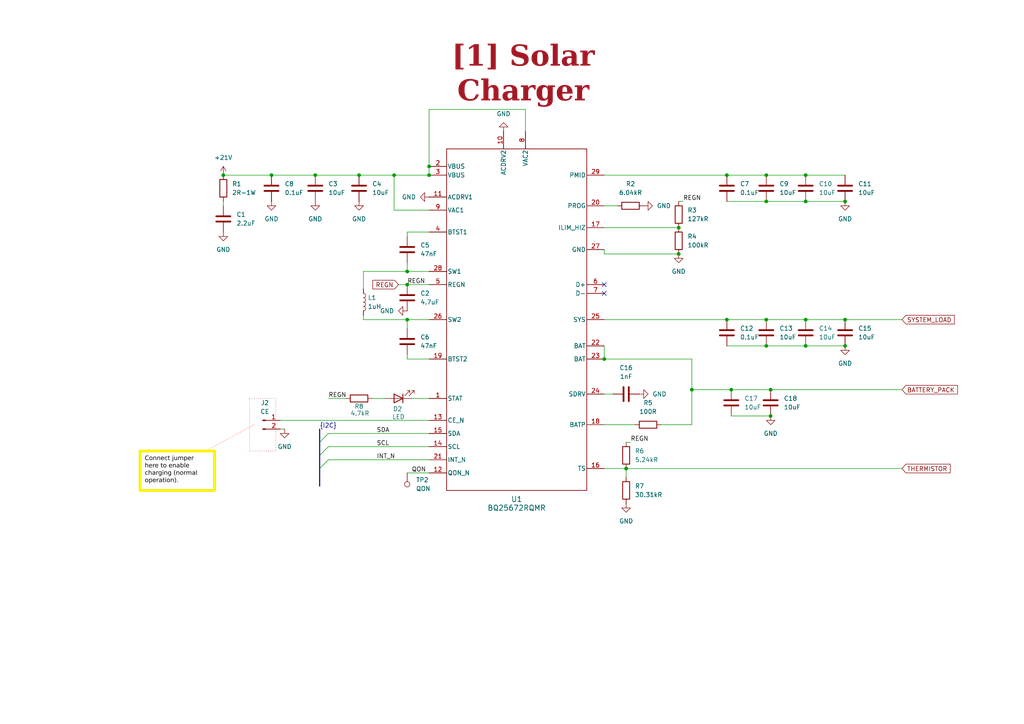
<source format=kicad_sch>
(kicad_sch (version 20250114) (generator "eeschema") (generator_version "9.0")
  (paper "A4")
  (title_block (title "Solar Charger") (date "2025-01-12") (rev "${REVISION}") (company "${COMPANY}"))
  (lib_symbols
    (symbol "Connector:Conn_01x02_Pin" (pin_names (offset 1.016) (hide yes))
      (property "Reference" "J" (at 0 2.54 0))
      (property "Value" "Conn_01x02_Pin" (at 0 -5.08 0))
      (symbol "Conn_01x02_Pin_1_1"
        (rectangle (start 0.8636 0.127) (end 0 -0.127) (stroke (width 0.1524)) (fill (type outline)))
        (rectangle (start 0.8636 -2.413) (end 0 -2.667) (stroke (width 0.1524)) (fill (type outline)))
        (polyline (pts (xy 1.27 0) (xy 0.8636 0)) (stroke (width 0.1524)))
        (polyline (pts (xy 1.27 -2.54) (xy 0.8636 -2.54)) (stroke (width 0.1524)))
        (pin passive line (at 5.08 0 180) (length 3.81) (name "Pin_1") (number "1"))
        (pin passive line (at 5.08 -2.54 180) (length 3.81) (name "Pin_2") (number "2"))
      )
    )
    (symbol "Connector:TestPoint" (pin_numbers (hide yes)) (pin_names (offset 0.762) (hide yes))
      (property "Reference" "TP" (at 0 6.858 0))
      (property "Value" "TestPoint" (at 0 5.08 0))
      (symbol "TestPoint_0_1"
        (circle (center 0 3.302) (radius 0.762))
      )
      (symbol "TestPoint_1_1"
        (pin passive line (at 0 0 90) (length 2.54) (name "1") (number "1"))
      )
    )
    (symbol "Device:C" (pin_numbers (hide yes)) (pin_names (offset 0.254))
      (property "Reference" "C" (at 0.635 2.54 0))
      (property "Value" "C" (at 0.635 -2.54 0))
      (symbol "C_0_1"
        (polyline (pts (xy -2.032 0.762) (xy 2.032 0.762)) (stroke (width 0.508)))
        (polyline (pts (xy -2.032 -0.762) (xy 2.032 -0.762)) (stroke (width 0.508)))
      )
      (symbol "C_1_1"
        (pin passive line (at 0 3.81 270) (length 2.794) (name "~") (number "1"))
        (pin passive line (at 0 -3.81 90) (length 2.794) (name "~") (number "2"))
      )
    )
    (symbol "Device:L" (pin_numbers (hide yes)) (pin_names (offset 1.016) (hide yes))
      (property "Reference" "L" (at -1.27 0 90))
      (property "Value" "L" (at 1.905 0 90))
      (symbol "L_0_1"
        (arc (start 0 2.54) (mid 0.6323 1.905) (end 0 1.27))
        (arc (start 0 1.27) (mid 0.6323 0.635) (end 0 0))
        (arc (start 0 0) (mid 0.6323 -0.635) (end 0 -1.27))
        (arc (start 0 -1.27) (mid 0.6323 -1.905) (end 0 -2.54))
      )
      (symbol "L_1_1"
        (pin passive line (at 0 3.81 270) (length 1.27) (name "1") (number "1"))
        (pin passive line (at 0 -3.81 90) (length 1.27) (name "2") (number "2"))
      )
    )
    (symbol "Device:LED" (pin_numbers (hide yes)) (pin_names (offset 1.016) (hide yes))
      (property "Reference" "D" (at 0 2.54 0))
      (property "Value" "LED" (at 0 -2.54 0))
      (symbol "LED_0_1"
        (polyline (pts (xy -3.048 -0.762) (xy -4.572 -2.286) (xy -3.81 -2.286) (xy -4.572 -2.286) (xy -4.572 -1.524)))
        (polyline (pts (xy -1.778 -0.762) (xy -3.302 -2.286) (xy -2.54 -2.286) (xy -3.302 -2.286) (xy -3.302 -1.524)))
        (polyline (pts (xy -1.27 0) (xy 1.27 0)))
        (polyline (pts (xy -1.27 -1.27) (xy -1.27 1.27)) (stroke (width 0.254)))
        (polyline (pts (xy 1.27 -1.27) (xy 1.27 1.27) (xy -1.27 0) (xy 1.27 -1.27)) (stroke (width 0.254)))
      )
      (symbol "LED_1_1"
        (pin passive line (at -3.81 0 0) (length 2.54) (name "K") (number "1"))
        (pin passive line (at 3.81 0 180) (length 2.54) (name "A") (number "2"))
      )
    )
    (symbol "Device:R" (pin_numbers (hide yes)) (pin_names (offset 0))
      (property "Reference" "R" (at 2.032 0 90))
      (property "Value" "R" (at 0 0 90))
      (symbol "R_0_1"
        (rectangle (start -1.016 -2.54) (end 1.016 2.54) (stroke (width 0.254)))
      )
      (symbol "R_1_1"
        (pin passive line (at 0 3.81 270) (length 1.27) (name "~") (number "1"))
        (pin passive line (at 0 -3.81 90) (length 1.27) (name "~") (number "2"))
      )
    )
    (symbol "power:+12V" (power) (pin_numbers (hide yes)) (pin_names (offset 0) (hide yes))
      (property "Value" "+12V" (at 0 3.556 0))
      (symbol "+12V_0_1"
        (polyline (pts (xy -0.762 1.27) (xy 0 2.54)))
        (polyline (pts (xy 0 2.54) (xy 0.762 1.27)))
        (polyline (pts (xy 0 0) (xy 0 2.54)))
      )
      (symbol "+12V_1_1"
        (pin power_in line (at 0 0 90) (length 0) (name "~") (number "1"))
      )
    )
    (symbol "power:GND" (power) (pin_numbers (hide yes)) (pin_names (offset 0) (hide yes))
      (property "Value" "GND" (at 0 -3.81 0))
      (symbol "GND_0_1"
        (polyline (pts (xy 0 0) (xy 0 -1.27) (xy 1.27 -1.27) (xy 0 -2.54) (xy -1.27 -1.27) (xy 0 -1.27)))
      )
      (symbol "GND_1_1"
        (pin power_in line (at 0 0 270) (length 0) (name "~") (number "1"))
      )
    )
    (symbol "solar_station:BQ25672RQMR" (pin_names (offset 0.254))
      (property "Reference" "U" (at 5.842 10.414 0))
      (property "Value" "BQ25672RQMR" (at 5.08 8.128 0))
      (symbol "BQ25672RQMR_0_1"
        (polyline (pts (xy 0 5.08) (xy 0 -93.98)) (stroke (width 0.2032)))
        (polyline (pts (xy 0 -93.98) (xy 40.64 -93.98)) (stroke (width 0.2032)))
        (polyline (pts (xy 40.64 5.08) (xy 0 5.08)) (stroke (width 0.2032)))
        (polyline (pts (xy 40.64 -93.98) (xy 40.64 5.08)) (stroke (width 0.2032)))
        (pin power_in line (at -5.08 0 0) (length 5.08) (name "VBUS") (number "2"))
        (pin power_in line (at -5.08 -2.54 0) (length 5.08) (name "VBUS") (number "3"))
        (pin power_in line (at -5.08 -8.89 0) (length 5.08) (name "ACDRV1") (number "11"))
        (pin power_in line (at -5.08 -12.7 0) (length 5.08) (name "VAC1") (number "9"))
        (pin unspecified line (at -5.08 -19.05 0) (length 5.08) (name "BTST1") (number "4"))
        (pin unspecified line (at -5.08 -30.48 0) (length 5.08) (name "SW1") (number "28"))
        (pin unspecified line (at -5.08 -34.29 0) (length 5.08) (name "REGN") (number "5"))
        (pin unspecified line (at -5.08 -44.45 0) (length 5.08) (name "SW2") (number "26"))
        (pin unspecified line (at -5.08 -55.88 0) (length 5.08) (name "BTST2") (number "19"))
        (pin unspecified line (at -5.08 -67.31 0) (length 5.08) (name "STAT") (number "1"))
        (pin input line (at -5.08 -73.66 0) (length 5.08) (name "CE_N") (number "13"))
        (pin bidirectional line (at -5.08 -77.47 0) (length 5.08) (name "SDA") (number "15"))
        (pin input line (at -5.08 -81.28 0) (length 5.08) (name "SCL") (number "14"))
        (pin output line (at -5.08 -85.09 0) (length 5.08) (name "INT_N") (number "21"))
        (pin unspecified line (at -5.08 -88.9 0) (length 5.08) (name "QON_N") (number "12"))
        (pin power_in line (at 16.51 10.16 270) (length 5.08) (name "ACDRV2") (number "10"))
        (pin power_in line (at 22.86 10.16 270) (length 5.08) (name "VAC2") (number "8"))
        (pin unspecified line (at 45.72 -2.54 180) (length 5.08) (name "PMID") (number "29"))
        (pin unspecified line (at 45.72 -11.43 180) (length 5.08) (name "PROG") (number "20"))
        (pin unspecified line (at 45.72 -17.78 180) (length 5.08) (name "ILIM_HIZ") (number "17"))
        (pin power_in line (at 45.72 -24.13 180) (length 5.08) (name "GND") (number "27"))
        (pin unspecified line (at 45.72 -44.45 180) (length 5.08) (name "SYS") (number "25"))
        (pin unspecified line (at 45.72 -52.07 180) (length 5.08) (name "BAT") (number "22"))
        (pin unspecified line (at 45.72 -55.88 180) (length 5.08) (name "BAT") (number "23"))
        (pin unspecified line (at 45.72 -66.04 180) (length 5.08) (name "SDRV") (number "24"))
        (pin unspecified line (at 45.72 -74.93 180) (length 5.08) (name "BATP") (number "18"))
        (pin unspecified line (at 45.72 -87.63 180) (length 5.08) (name "TS") (number "16"))
      )
      (symbol "BQ25672RQMR_1_1"
        (pin unspecified line (at 45.72 -34.29 180) (length 5.08) (name "D+") (number "6"))
        (pin unspecified line (at 45.72 -36.83 180) (length 5.08) (name "D-") (number "7"))
      )
    )
  )
  (bus_alias "I2C" (members "SDA" "SCL" "INT_N"))
  (rectangle (start 72.39 115.57) (end 80.01 130.81) (stroke (width 0) (type dot) (color 255 0 0 1)))
  (text_box "[${#}] ${TITLE}" (at 115.57 15.24 0) (size 72.39 12.7) (margins 4.4999 4.4999 4.4999 4.4999) (stroke (width -0.0001)) (effects (font (size 6 6) (thickness 1.2) (bold yes))))
  (text_box "Connect jumper here to enable charging (normal operation)." (at 40.64 130.81 0) (size 21.59 11.43) (margins 1.3525 1.3525 1.3525 1.3525) (stroke (width 0.8) (color 250 236 0 1)) (effects (font (size 1.27 1.27)) (justify left top)))
  (junction (at 245.11 92.71))
  (junction (at 233.68 50.8))
  (junction (at 118.11 92.71))
  (junction (at 196.85 66.04))
  (junction (at 64.77 50.8))
  (junction (at 210.82 92.71))
  (junction (at 181.61 135.89))
  (junction (at 114.3 50.8))
  (junction (at 124.46 50.8))
  (junction (at 210.82 50.8))
  (junction (at 200.66 113.03))
  (junction (at 222.25 58.42))
  (junction (at 233.68 92.71))
  (junction (at 222.25 92.71))
  (junction (at 104.14 50.8))
  (junction (at 78.74 50.8))
  (junction (at 222.25 50.8))
  (junction (at 124.46 48.26))
  (junction (at 233.68 58.42))
  (junction (at 223.52 113.03))
  (junction (at 196.85 73.66))
  (junction (at 175.26 104.14))
  (junction (at 245.11 58.42))
  (junction (at 222.25 100.33))
  (junction (at 118.11 82.55))
  (junction (at 233.68 100.33))
  (junction (at 118.11 78.74))
  (junction (at 212.09 113.03))
  (junction (at 223.52 120.65))
  (junction (at 245.11 100.33))
  (junction (at 91.44 50.8))
  (no_connect (at 175.26 82.55))
  (no_connect (at 175.26 85.09))
  (bus_entry (at 92.71 132.08) (size 2.54 -2.54))
  (bus_entry (at 92.71 128.27) (size 2.54 -2.54))
  (bus_entry (at 92.71 135.89) (size 2.54 -2.54))
  (wire (pts (xy 95.25 133.35) (xy 124.46 133.35)))
  (wire (pts (xy 95.25 129.54) (xy 124.46 129.54)))
  (wire (pts (xy 212.09 120.65) (xy 223.52 120.65)))
  (wire (pts (xy 105.41 78.74) (xy 118.11 78.74)))
  (wire (pts (xy 118.11 78.74) (xy 124.46 78.74)))
  (wire (pts (xy 182.88 128.27) (xy 181.61 128.27)))
  (wire (pts (xy 175.26 100.33) (xy 175.26 104.14)))
  (wire (pts (xy 175.26 50.8) (xy 210.82 50.8)))
  (wire (pts (xy 124.46 104.14) (xy 118.11 104.14)))
  (wire (pts (xy 118.11 82.55) (xy 124.46 82.55)))
  (wire (pts (xy 210.82 100.33) (xy 222.25 100.33)))
  (wire (pts (xy 152.4 31.75) (xy 124.46 31.75)))
  (wire (pts (xy 175.26 66.04) (xy 196.85 66.04)))
  (wire (pts (xy 175.26 59.69) (xy 179.07 59.69)))
  (wire (pts (xy 210.82 50.8) (xy 222.25 50.8)))
  (wire (pts (xy 175.26 92.71) (xy 210.82 92.71)))
  (wire (pts (xy 152.4 38.1) (xy 152.4 31.75)))
  (wire (pts (xy 175.26 104.14) (xy 200.66 104.14)))
  (wire (pts (xy 118.11 137.16) (xy 124.46 137.16)))
  (wire (pts (xy 118.11 95.25) (xy 118.11 92.71)))
  (wire (pts (xy 175.26 72.39) (xy 175.26 73.66)))
  (wire (pts (xy 222.25 100.33) (xy 233.68 100.33)))
  (wire (pts (xy 200.66 113.03) (xy 212.09 113.03)))
  (wire (pts (xy 78.74 50.8) (xy 91.44 50.8)))
  (wire (pts (xy 124.46 60.96) (xy 114.3 60.96)))
  (wire (pts (xy 124.46 48.26) (xy 124.46 50.8)))
  (wire (pts (xy 95.25 125.73) (xy 124.46 125.73)))
  (wire (pts (xy 64.77 58.42) (xy 64.77 59.69)))
  (wire (pts (xy 118.11 92.71) (xy 124.46 92.71)))
  (wire (pts (xy 222.25 50.8) (xy 233.68 50.8)))
  (wire (pts (xy 181.61 135.89) (xy 261.62 135.89)))
  (wire (pts (xy 118.11 76.2) (xy 118.11 78.74)))
  (wire (pts (xy 200.66 113.03) (xy 200.66 123.19)))
  (wire (pts (xy 114.3 60.96) (xy 114.3 50.8)))
  (bus (pts (xy 92.71 135.89) (xy 92.71 140.97)))
  (wire (pts (xy 124.46 31.75) (xy 124.46 48.26)))
  (wire (pts (xy 115.57 82.55) (xy 118.11 82.55)))
  (wire (pts (xy 200.66 104.14) (xy 200.66 113.03)))
  (wire (pts (xy 118.11 67.31) (xy 118.11 68.58)))
  (wire (pts (xy 175.26 114.3) (xy 177.8 114.3)))
  (wire (pts (xy 104.14 50.8) (xy 114.3 50.8)))
  (wire (pts (xy 175.26 73.66) (xy 196.85 73.66)))
  (wire (pts (xy 114.3 50.8) (xy 124.46 50.8)))
  (wire (pts (xy 82.55 124.46) (xy 81.28 124.46)))
  (wire (pts (xy 105.41 83.82) (xy 105.41 78.74)))
  (wire (pts (xy 233.68 92.71) (xy 245.11 92.71)))
  (wire (pts (xy 105.41 91.44) (xy 105.41 92.71)))
  (wire (pts (xy 175.26 135.89) (xy 181.61 135.89)))
  (wire (pts (xy 245.11 92.71) (xy 261.62 92.71)))
  (wire (pts (xy 81.28 121.92) (xy 124.46 121.92)))
  (bus (pts (xy 92.71 128.27) (xy 92.71 132.08)))
  (wire (pts (xy 64.77 50.8) (xy 78.74 50.8)))
  (wire (pts (xy 105.41 92.71) (xy 118.11 92.71)))
  (wire (pts (xy 210.82 58.42) (xy 222.25 58.42)))
  (wire (pts (xy 107.95 115.57) (xy 111.76 115.57)))
  (bus (pts (xy 92.71 124.46) (xy 92.71 128.27)))
  (wire (pts (xy 91.44 50.8) (xy 104.14 50.8)))
  (wire (pts (xy 181.61 135.89) (xy 181.61 138.43)))
  (wire (pts (xy 223.52 113.03) (xy 261.62 113.03)))
  (wire (pts (xy 210.82 92.71) (xy 222.25 92.71)))
  (wire (pts (xy 222.25 92.71) (xy 233.68 92.71)))
  (wire (pts (xy 119.38 115.57) (xy 124.46 115.57)))
  (wire (pts (xy 198.12 58.42) (xy 196.85 58.42)))
  (wire (pts (xy 233.68 50.8) (xy 245.11 50.8)))
  (wire (pts (xy 118.11 102.87) (xy 118.11 104.14)))
  (wire (pts (xy 95.25 115.57) (xy 100.33 115.57)))
  (wire (pts (xy 222.25 58.42) (xy 233.68 58.42)))
  (polyline (pts (xy 73.66 123.19) (xy 59.69 130.81)) (stroke (width 0) (type dot) (color 255 0 0 1)))
  (wire (pts (xy 233.68 100.33) (xy 245.11 100.33)))
  (wire (pts (xy 200.66 123.19) (xy 191.77 123.19)))
  (wire (pts (xy 175.26 123.19) (xy 184.15 123.19)))
  (wire (pts (xy 233.68 58.42) (xy 245.11 58.42)))
  (bus (pts (xy 92.71 132.08) (xy 92.71 135.89)))
  (wire (pts (xy 124.46 67.31) (xy 118.11 67.31)))
  (wire (pts (xy 212.09 113.03) (xy 223.52 113.03)))
  (label "QON" (at 119.38 137.16 0))
  (label "INT_N" (at 109.22 133.35 0))
  (label "SCL" (at 109.22 129.54 0))
  (label "SDA" (at 109.22 125.73 0))
  (label "REGN" (at 118.11 82.55 0))
  (label "{I2C}" (at 92.71 124.46 0))
  (label "REGN" (at 95.25 115.57 0))
  (label "REGN" (at 182.88 128.27 0))
  (label "REGN" (at 198.12 58.42 0))
  (global_label "REGN" (shape input) (at 115.57 82.55 180) (property "Intersheetrefs" "${INTERSHEET_REFS}" (effects (hide yes))))
  (global_label "SYSTEM_LOAD" (shape input) (at 261.62 92.71 0) (property "Intersheetrefs" "${INTERSHEET_REFS}" (effects (hide yes))))
  (global_label "THERMISTOR" (shape input) (at 261.62 135.89 0) (property "Intersheetrefs" "${INTERSHEET_REFS}" (effects (hide yes))))
  (global_label "BATTERY_PACK" (shape input) (at 261.62 113.03 0) (property "Intersheetrefs" "${INTERSHEET_REFS}" (effects (hide yes))))
  (symbol (lib_id "power:GND") (at 245.11 100.33 0) (unit 1)
    (property "Reference" "#PWR011" (effects (hide yes)))
    (property "Value" "GND" (at 245.11 105.41 0))
    (property "Description" "Power symbol creates a global label with name \"GND\" , ground" (effects (hide yes)))
  )
  (symbol (lib_id "Connector:Conn_01x02_Pin") (at 76.2 121.92 0) (unit 1)
    (property "Reference" "J2" (at 76.835 116.84 0))
    (property "Value" "CE" (at 76.835 119.38 0))
    (property "Footprint" "Connector_PinHeader_2.54mm:PinHeader_1x02_P2.54mm_Vertical" (effects (hide yes)))
    (property "Description" "Generic connector, single row, 01x02, script generated" (effects (hide yes)))
  )
  (symbol (lib_id "Device:C") (at 222.25 54.61 180) (unit 1)
    (property "Reference" "C9" (at 226.06 53.3399 0) (effects (justify right)))
    (property "Value" "10uF" (at 226.06 55.8799 0) (effects (justify right)))
    (property "Footprint" "Capacitor_SMD:C_1206_3216Metric" (effects (hide yes)))
    (property "Description" "Unpolarized capacitor" (effects (hide yes)))
    (property "MPN" "TBD" (effects (hide yes)))
  )
  (symbol (lib_id "power:GND") (at 196.85 73.66 0) (unit 1)
    (property "Reference" "#PWR010" (effects (hide yes)))
    (property "Value" "GND" (at 196.85 78.74 0))
    (property "Description" "Power symbol creates a global label with name \"GND\" , ground" (effects (hide yes)))
  )
  (symbol (lib_id "solar_station:BQ25672RQMR") (at 129.54 48.26 0) (unit 1)
    (property "Reference" "U1" (at 149.86 144.78 0) (effects (font (size 1.524 1.524))))
    (property "Value" "BQ25672RQMR" (at 149.86 147.32 0) (effects (font (size 1.524 1.524))))
    (property "Footprint" "solar_station:RQM0029A-MFG" (effects (hide yes)))
    (property "Datasheet" "https://www.ti.com/lit/gpn/bq25672" (effects (hide yes)))
    (property "MPN" "TBD" (effects (hide yes)))
  )
  (symbol (lib_id "Device:C") (at 181.61 114.3 90) (unit 1)
    (property "Reference" "C16" (at 181.61 106.68 90))
    (property "Value" "1nF" (at 181.61 109.22 90))
    (property "Footprint" "Capacitor_SMD:C_0402_1005Metric" (effects (hide yes)))
    (property "Description" "Unpolarized capacitor" (effects (hide yes)))
    (property "MPN" "TBD" (effects (hide yes)))
  )
  (symbol (lib_id "Device:R") (at 181.61 132.08 180) (unit 1)
    (property "Reference" "R6" (at 184.15 130.8099 0) (effects (justify right)))
    (property "Value" "5.24kR" (at 184.15 133.3499 0) (effects (justify right)))
    (property "Footprint" "Resistor_SMD:R_0402_1005Metric" (effects (hide yes)))
    (property "Description" "Resistor" (effects (hide yes)))
    (property "MPN" "TBD" (effects (hide yes)))
  )
  (symbol (lib_id "Device:R") (at 182.88 59.69 90) (unit 1)
    (property "Reference" "R2" (at 182.88 53.34 90))
    (property "Value" "6.04kR" (at 182.88 55.88 90))
    (property "Footprint" "Resistor_SMD:R_0402_1005Metric" (effects (hide yes)))
    (property "Description" "Resistor" (effects (hide yes)))
    (property "MPN" "TBD" (effects (hide yes)))
  )
  (symbol (lib_id "Device:C") (at 78.74 54.61 180) (unit 1)
    (property "Reference" "C8" (at 82.55 53.3399 0) (effects (justify right)))
    (property "Value" "0.1uF" (at 82.55 55.8799 0) (effects (justify right)))
    (property "Footprint" "Capacitor_SMD:C_0603_1608Metric" (effects (hide yes)))
    (property "Description" "Unpolarized capacitor" (effects (hide yes)))
    (property "MPN" "TBD" (effects (hide yes)))
  )
  (symbol (lib_id "power:GND") (at 78.74 58.42 0) (unit 1)
    (property "Reference" "#PWR01" (effects (hide yes)))
    (property "Value" "GND" (at 78.74 63.5 0))
    (property "Description" "Power symbol creates a global label with name \"GND\" , ground" (effects (hide yes)))
  )
  (symbol (lib_id "Device:C") (at 245.11 54.61 180) (unit 1)
    (property "Reference" "C11" (at 248.92 53.3399 0) (effects (justify right)))
    (property "Value" "10uF" (at 248.92 55.8799 0) (effects (justify right)))
    (property "Footprint" "Capacitor_SMD:C_1206_3216Metric" (effects (hide yes)))
    (property "Description" "Unpolarized capacitor" (effects (hide yes)))
    (property "MPN" "TBD" (effects (hide yes)))
  )
  (symbol (lib_id "power:GND") (at 245.11 58.42 0) (unit 1)
    (property "Reference" "#PWR08" (effects (hide yes)))
    (property "Value" "GND" (at 245.11 63.5 0))
    (property "Description" "Power symbol creates a global label with name \"GND\" , ground" (effects (hide yes)))
  )
  (symbol (lib_id "Device:C") (at 210.82 96.52 180) (unit 1)
    (property "Reference" "C12" (at 214.63 95.2499 0) (effects (justify right)))
    (property "Value" "0.1uF" (at 214.63 97.7899 0) (effects (justify right)))
    (property "Footprint" "Capacitor_SMD:C_0603_1608Metric" (effects (hide yes)))
    (property "Description" "Unpolarized capacitor" (effects (hide yes)))
    (property "MPN" "TBD" (effects (hide yes)))
  )
  (symbol (lib_id "Device:L") (at 105.41 87.63 0) (unit 1)
    (property "Reference" "L1" (at 106.68 86.3599 0) (effects (justify left)))
    (property "Value" "1uH" (at 106.68 88.8999 0) (effects (justify left)))
    (property "Footprint" "Inductor_SMD:L_Bourns_SRP7028A_7.3x6.6mm" (effects (hide yes)))
    (property "Description" "Inductor" (effects (hide yes)))
    (property "MPN" "SPM6530T-1R0M120" (effects (hide yes)))
  )
  (symbol (lib_id "Device:C") (at 118.11 99.06 0) (unit 1)
    (property "Reference" "C6" (at 121.92 97.7899 0) (effects (justify left)))
    (property "Value" "47nF" (at 121.92 100.3299 0) (effects (justify left)))
    (property "Footprint" "Capacitor_SMD:C_0402_1005Metric" (effects (hide yes)))
    (property "Description" "Unpolarized capacitor" (effects (hide yes)))
    (property "MPN" "TBD" (effects (hide yes)))
  )
  (symbol (lib_id "Connector:TestPoint") (at 118.11 137.16 180) (unit 1)
    (property "Reference" "TP2" (at 120.65 139.1919 0) (effects (justify right)))
    (property "Value" "QON" (at 120.65 141.7319 0) (effects (justify right)))
    (property "Footprint" "Connector_PinHeader_2.54mm:PinHeader_1x01_P2.54mm_Vertical" (effects (hide yes)))
    (property "Description" "test point" (effects (hide yes)))
  )
  (symbol (lib_id "power:GND") (at 124.46 57.15 270) (unit 1)
    (property "Reference" "#PWR04" (effects (hide yes)))
    (property "Value" "GND" (at 120.65 57.1499 90) (effects (justify right)))
    (property "Description" "Power symbol creates a global label with name \"GND\" , ground" (effects (hide yes)))
  )
  (symbol (lib_id "Device:C") (at 118.11 86.36 180) (unit 1)
    (property "Reference" "C2" (at 121.92 85.0899 0) (effects (justify right)))
    (property "Value" "4.7uF" (at 121.92 87.6299 0) (effects (justify right)))
    (property "Footprint" "Capacitor_SMD:C_0603_1608Metric" (effects (hide yes)))
    (property "Description" "Unpolarized capacitor" (effects (hide yes)))
    (property "MPN" "TBD" (effects (hide yes)))
  )
  (symbol (lib_id "power:GND") (at 82.55 124.46 0) (unit 1)
    (property "Reference" "#PWR017" (effects (hide yes)))
    (property "Value" "GND" (at 82.55 129.54 0))
    (property "Description" "Power symbol creates a global label with name \"GND\" , ground" (effects (hide yes)))
  )
  (symbol (lib_id "Device:R") (at 196.85 69.85 180) (unit 1)
    (property "Reference" "R4" (at 199.39 68.5799 0) (effects (justify right)))
    (property "Value" "100kR" (at 199.39 71.1199 0) (effects (justify right)))
    (property "Footprint" "Resistor_SMD:R_0402_1005Metric" (effects (hide yes)))
    (property "Description" "Resistor" (effects (hide yes)))
    (property "MPN" "TBD" (effects (hide yes)))
  )
  (symbol (lib_id "Device:R") (at 64.77 54.61 0) (unit 1)
    (property "Reference" "R1" (at 67.31 53.3399 0) (effects (justify left)))
    (property "Value" "2R-1W" (at 67.31 55.8799 0) (effects (justify left)))
    (property "Footprint" "Resistor_SMD:R_2010_5025Metric" (effects (hide yes)))
    (property "Description" "Resistor" (effects (hide yes)))
    (property "MPN" "TBD" (effects (hide yes)))
  )
  (symbol (lib_id "power:GND") (at 91.44 58.42 0) (unit 1)
    (property "Reference" "#PWR02" (effects (hide yes)))
    (property "Value" "GND" (at 91.44 63.5 0))
    (property "Description" "Power symbol creates a global label with name \"GND\" , ground" (effects (hide yes)))
  )
  (symbol (lib_id "power:GND") (at 181.61 146.05 0) (unit 1)
    (property "Reference" "#PWR013" (effects (hide yes)))
    (property "Value" "GND" (at 181.61 151.13 0))
    (property "Description" "Power symbol creates a global label with name \"GND\" , ground" (effects (hide yes)))
  )
  (symbol (lib_id "Device:C") (at 91.44 54.61 180) (unit 1)
    (property "Reference" "C3" (at 95.25 53.3399 0) (effects (justify right)))
    (property "Value" "10uF" (at 95.25 55.8799 0) (effects (justify right)))
    (property "Footprint" "Capacitor_SMD:C_1206_3216Metric" (effects (hide yes)))
    (property "Description" "Unpolarized capacitor" (effects (hide yes)))
    (property "MPN" "TBD" (effects (hide yes)))
  )
  (symbol (lib_id "Device:C") (at 223.52 116.84 180) (unit 1)
    (property "Reference" "C18" (at 227.33 115.5699 0) (effects (justify right)))
    (property "Value" "10uF" (at 227.33 118.1099 0) (effects (justify right)))
    (property "Footprint" "Capacitor_SMD:C_1206_3216Metric" (effects (hide yes)))
    (property "Description" "Unpolarized capacitor" (effects (hide yes)))
    (property "MPN" "TBD" (effects (hide yes)))
  )
  (symbol (lib_id "Device:C") (at 104.14 54.61 180) (unit 1)
    (property "Reference" "C4" (at 107.95 53.3399 0) (effects (justify right)))
    (property "Value" "10uF" (at 107.95 55.8799 0) (effects (justify right)))
    (property "Footprint" "Capacitor_SMD:C_1206_3216Metric" (effects (hide yes)))
    (property "Description" "Unpolarized capacitor" (effects (hide yes)))
    (property "MPN" "TBD" (effects (hide yes)))
  )
  (symbol (lib_id "power:+12V") (at 64.77 50.8 0) (unit 1)
    (property "Reference" "#PWR01" (effects (hide yes)))
    (property "Value" "+21V" (at 64.77 45.72 0))
    (property "Description" "Power symbol creates a global label with name \"+12V\"" (effects (hide yes)))
  )
  (symbol (lib_id "Device:C") (at 245.11 96.52 180) (unit 1)
    (property "Reference" "C15" (at 248.92 95.2499 0) (effects (justify right)))
    (property "Value" "10uF" (at 248.92 97.7899 0) (effects (justify right)))
    (property "Footprint" "Capacitor_SMD:C_1206_3216Metric" (effects (hide yes)))
    (property "Description" "Unpolarized capacitor" (effects (hide yes)))
    (property "MPN" "TBD" (effects (hide yes)))
  )
  (symbol (lib_id "Device:LED") (at 115.57 115.57 180) (unit 1)
    (property "Reference" "D2" (at 115.316 118.618 0))
    (property "Value" "LED" (at 115.57 120.904 0))
    (property "Description" "Light emitting diode" (effects (hide yes)))
    (property "Sim.Pins" "1=K 2=A" (effects (hide yes)))
  )
  (symbol (lib_id "Device:C") (at 64.77 63.5 0) (unit 1)
    (property "Reference" "C1" (at 68.58 62.2299 0) (effects (justify left)))
    (property "Value" "2.2uF" (at 68.58 64.7699 0) (effects (justify left)))
    (property "Footprint" "Capacitor_SMD:C_0805_2012Metric" (effects (hide yes)))
    (property "Description" "Unpolarized capacitor" (effects (hide yes)))
    (property "MPN" "TBD" (effects (hide yes)))
  )
  (symbol (lib_id "power:GND") (at 64.77 67.31 0) (unit 1)
    (property "Reference" "#PWR07" (effects (hide yes)))
    (property "Value" "GND" (at 64.77 72.39 0))
    (property "Description" "Power symbol creates a global label with name \"GND\" , ground" (effects (hide yes)))
  )
  (symbol (lib_id "Device:C") (at 210.82 54.61 180) (unit 1)
    (property "Reference" "C7" (at 214.63 53.3399 0) (effects (justify right)))
    (property "Value" "0.1uF" (at 214.63 55.8799 0) (effects (justify right)))
    (property "Footprint" "Capacitor_SMD:C_0603_1608Metric" (effects (hide yes)))
    (property "Description" "Unpolarized capacitor" (effects (hide yes)))
    (property "MPN" "TBD" (effects (hide yes)))
  )
  (symbol (lib_id "Device:R") (at 196.85 62.23 180) (unit 1)
    (property "Reference" "R3" (at 199.39 60.9599 0) (effects (justify right)))
    (property "Value" "127kR" (at 199.39 63.4999 0) (effects (justify right)))
    (property "Footprint" "Resistor_SMD:R_0402_1005Metric" (effects (hide yes)))
    (property "Description" "Resistor" (effects (hide yes)))
    (property "MPN" "TBD" (effects (hide yes)))
  )
  (symbol (lib_id "power:GND") (at 104.14 58.42 0) (unit 1)
    (property "Reference" "#PWR03" (effects (hide yes)))
    (property "Value" "GND" (at 104.14 63.5 0))
    (property "Description" "Power symbol creates a global label with name \"GND\" , ground" (effects (hide yes)))
  )
  (symbol (lib_id "Device:R") (at 187.96 123.19 90) (unit 1)
    (property "Reference" "R5" (at 187.96 116.84 90))
    (property "Value" "100R" (at 187.96 119.38 90))
    (property "Footprint" "Resistor_SMD:R_0402_1005Metric" (effects (hide yes)))
    (property "Description" "Resistor" (effects (hide yes)))
    (property "MPN" "TBD" (effects (hide yes)))
  )
  (symbol (lib_id "Device:C") (at 118.11 72.39 0) (unit 1)
    (property "Reference" "C5" (at 121.92 71.1199 0) (effects (justify left)))
    (property "Value" "47nF" (at 121.92 73.6599 0) (effects (justify left)))
    (property "Footprint" "Capacitor_SMD:C_0402_1005Metric" (effects (hide yes)))
    (property "Description" "Unpolarized capacitor" (effects (hide yes)))
    (property "MPN" "TBD" (effects (hide yes)))
  )
  (symbol (lib_id "Device:R") (at 104.14 115.57 90) (unit 1)
    (property "Reference" "R8" (at 104.14 117.856 90))
    (property "Value" "4.7kR" (at 104.394 119.888 90))
    (property "Footprint" "Resistor_SMD:R_0402_1005Metric" (effects (hide yes)))
    (property "Description" "Resistor" (effects (hide yes)))
    (property "MPN" "TBD" (effects (hide yes)))
  )
  (symbol (lib_id "Device:R") (at 181.61 142.24 180) (unit 1)
    (property "Reference" "R7" (at 184.15 140.9699 0) (effects (justify right)))
    (property "Value" "30.31kR" (at 184.15 143.5099 0) (effects (justify right)))
    (property "Footprint" "Resistor_SMD:R_0402_1005Metric" (effects (hide yes)))
    (property "Description" "Resistor" (effects (hide yes)))
    (property "MPN" "TBD" (effects (hide yes)))
  )
  (symbol (lib_id "Device:C") (at 222.25 96.52 180) (unit 1)
    (property "Reference" "C13" (at 226.06 95.2499 0) (effects (justify right)))
    (property "Value" "10uF" (at 226.06 97.7899 0) (effects (justify right)))
    (property "Footprint" "Capacitor_SMD:C_1206_3216Metric" (effects (hide yes)))
    (property "Description" "Unpolarized capacitor" (effects (hide yes)))
    (property "MPN" "TBD" (effects (hide yes)))
  )
  (symbol (lib_id "power:GND") (at 118.11 90.17 270) (unit 1)
    (property "Reference" "#PWR06" (effects (hide yes)))
    (property "Value" "GND" (at 114.3 90.1699 90) (effects (justify right)))
    (property "Description" "Power symbol creates a global label with name \"GND\" , ground" (effects (hide yes)))
  )
  (symbol (lib_id "power:GND") (at 146.05 38.1 180) (unit 1)
    (property "Reference" "#PWR05" (effects (hide yes)))
    (property "Value" "GND" (at 146.05 33.02 0))
    (property "Description" "Power symbol creates a global label with name \"GND\" , ground" (effects (hide yes)))
  )
  (symbol (lib_id "power:GND") (at 186.69 59.69 90) (unit 1)
    (property "Reference" "#PWR09" (effects (hide yes)))
    (property "Value" "GND" (at 190.5 59.6899 90) (effects (justify right)))
    (property "Description" "Power symbol creates a global label with name \"GND\" , ground" (effects (hide yes)))
  )
  (symbol (lib_id "power:GND") (at 223.52 120.65 0) (unit 1)
    (property "Reference" "#PWR014" (effects (hide yes)))
    (property "Value" "GND" (at 223.52 125.73 0))
    (property "Description" "Power symbol creates a global label with name \"GND\" , ground" (effects (hide yes)))
  )
  (symbol (lib_id "Device:C") (at 233.68 54.61 180) (unit 1)
    (property "Reference" "C10" (at 237.49 53.3399 0) (effects (justify right)))
    (property "Value" "10uF" (at 237.49 55.8799 0) (effects (justify right)))
    (property "Footprint" "Capacitor_SMD:C_1206_3216Metric" (effects (hide yes)))
    (property "Description" "Unpolarized capacitor" (effects (hide yes)))
    (property "MPN" "TBD" (effects (hide yes)))
  )
  (symbol (lib_id "power:GND") (at 185.42 114.3 90) (unit 1)
    (property "Reference" "#PWR012" (effects (hide yes)))
    (property "Value" "GND" (at 189.23 114.2999 90) (effects (justify right)))
    (property "Description" "Power symbol creates a global label with name \"GND\" , ground" (effects (hide yes)))
  )
  (symbol (lib_id "Device:C") (at 233.68 96.52 180) (unit 1)
    (property "Reference" "C14" (at 237.49 95.2499 0) (effects (justify right)))
    (property "Value" "10uF" (at 237.49 97.7899 0) (effects (justify right)))
    (property "Footprint" "Capacitor_SMD:C_1206_3216Metric" (effects (hide yes)))
    (property "Description" "Unpolarized capacitor" (effects (hide yes)))
    (property "MPN" "TBD" (effects (hide yes)))
  )
  (symbol (lib_id "Device:C") (at 212.09 116.84 180) (unit 1)
    (property "Reference" "C17" (at 215.9 115.5699 0) (effects (justify right)))
    (property "Value" "10uF" (at 215.9 118.1099 0) (effects (justify right)))
    (property "Footprint" "Capacitor_SMD:C_1206_3216Metric" (effects (hide yes)))
    (property "Description" "Unpolarized capacitor" (effects (hide yes)))
    (property "MPN" "TBD" (effects (hide yes)))
  )
)
</source>
